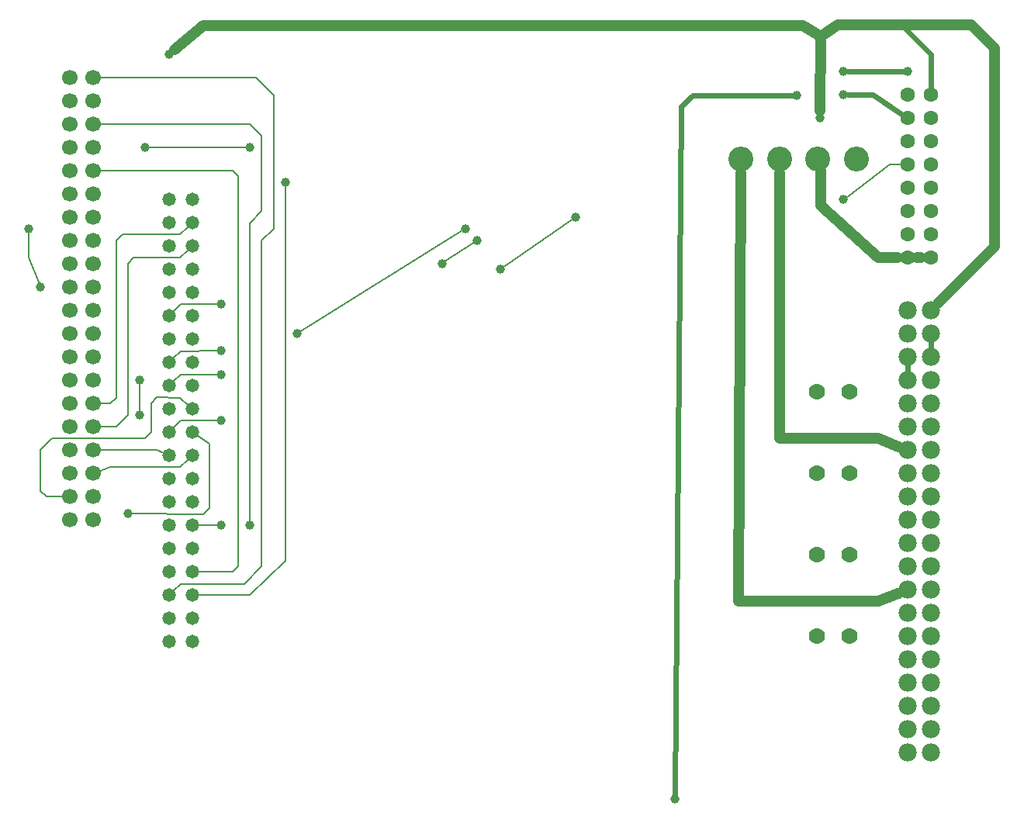
<source format=gbl>
G04 MADE WITH FRITZING*
G04 WWW.FRITZING.ORG*
G04 DOUBLE SIDED*
G04 HOLES PLATED*
G04 CONTOUR ON CENTER OF CONTOUR VECTOR*
%ASAXBY*%
%FSLAX23Y23*%
%MOIN*%
%OFA0B0*%
%SFA1.0B1.0*%
%ADD10C,0.058000*%
%ADD11C,0.058028*%
%ADD12C,0.039370*%
%ADD13C,0.069685*%
%ADD14C,0.107087*%
%ADD15C,0.062992*%
%ADD16C,0.066929*%
%ADD17C,0.078000*%
%ADD18C,0.008000*%
%ADD19C,0.024000*%
%ADD20C,0.048000*%
%LNCOPPER0*%
G90*
G70*
G54D10*
X826Y3109D03*
X826Y3009D03*
X826Y2909D03*
X826Y2809D03*
G54D11*
X826Y2709D03*
G54D10*
X826Y2609D03*
X826Y2509D03*
X826Y2409D03*
X826Y2309D03*
G54D11*
X826Y2209D03*
G54D10*
X826Y2109D03*
G54D11*
X826Y2009D03*
G54D10*
X826Y1909D03*
X826Y1809D03*
X826Y1709D03*
X826Y1609D03*
G54D11*
X826Y1509D03*
G54D10*
X826Y1409D03*
X826Y1309D03*
X826Y1209D03*
X726Y1209D03*
X726Y1309D03*
X726Y1409D03*
G54D11*
X726Y1509D03*
G54D10*
X726Y1609D03*
X726Y1709D03*
X726Y1809D03*
X726Y1909D03*
G54D11*
X726Y2009D03*
G54D10*
X726Y2109D03*
G54D11*
X726Y2209D03*
G54D10*
X726Y2309D03*
X726Y2409D03*
X726Y2509D03*
X726Y2609D03*
G54D11*
X726Y2709D03*
G54D10*
X726Y2809D03*
X726Y2909D03*
X726Y3009D03*
X726Y3109D03*
X826Y3109D03*
X826Y3009D03*
X826Y2909D03*
X826Y2809D03*
G54D11*
X826Y2709D03*
G54D10*
X826Y2609D03*
X826Y2509D03*
X826Y2409D03*
X826Y2309D03*
G54D11*
X826Y2209D03*
G54D10*
X826Y2109D03*
G54D11*
X826Y2009D03*
G54D10*
X826Y1909D03*
X826Y1809D03*
X826Y1709D03*
X826Y1609D03*
G54D11*
X826Y1509D03*
G54D10*
X826Y1409D03*
X826Y1309D03*
X826Y1209D03*
X726Y1209D03*
X726Y1309D03*
X726Y1409D03*
G54D11*
X726Y1509D03*
G54D10*
X726Y1609D03*
X726Y1709D03*
X726Y1809D03*
X726Y1909D03*
G54D11*
X726Y2009D03*
G54D10*
X726Y2109D03*
G54D11*
X726Y2209D03*
G54D10*
X726Y2309D03*
X726Y2409D03*
X726Y2509D03*
X726Y2609D03*
G54D11*
X726Y2709D03*
G54D10*
X726Y2809D03*
X726Y2909D03*
X726Y3009D03*
X726Y3109D03*
G54D12*
X949Y2357D03*
X949Y2160D03*
X3623Y3109D03*
X1224Y3183D03*
X1998Y2984D03*
X2048Y2934D03*
X2472Y3035D03*
X2148Y2809D03*
X1898Y2834D03*
X1275Y2533D03*
X548Y1759D03*
X598Y2334D03*
X598Y2185D03*
X3897Y3660D03*
X724Y3735D03*
X3623Y3559D03*
X622Y3335D03*
X1072Y3335D03*
X1073Y1709D03*
X949Y1710D03*
X3422Y3558D03*
X948Y2459D03*
X948Y2659D03*
X3623Y3659D03*
X123Y2984D03*
X173Y2734D03*
X3523Y3459D03*
X2898Y534D03*
G54D13*
X3510Y1234D03*
X3648Y1234D03*
X3510Y1584D03*
X3648Y1584D03*
X3510Y1934D03*
X3648Y1934D03*
X3510Y2284D03*
X3648Y2284D03*
G54D14*
X3183Y3284D03*
X3348Y3284D03*
X3513Y3284D03*
X3679Y3284D03*
G54D15*
X3898Y3559D03*
X3898Y3459D03*
X3898Y3359D03*
X3898Y3259D03*
X3898Y3159D03*
X3898Y3059D03*
X3898Y2959D03*
X3898Y2859D03*
X3898Y3559D03*
X3898Y3459D03*
X3898Y3359D03*
X3898Y3259D03*
X3898Y3159D03*
X3898Y3059D03*
X3898Y2959D03*
X3898Y2859D03*
X3998Y2859D03*
X3998Y2959D03*
X3998Y3059D03*
X3998Y3159D03*
X3998Y3259D03*
X3998Y3359D03*
X3998Y3459D03*
X3998Y3559D03*
G54D16*
X298Y3633D03*
X298Y3533D03*
X298Y3433D03*
X298Y3333D03*
X298Y3233D03*
X298Y3133D03*
X298Y3033D03*
X298Y2933D03*
X298Y2833D03*
X298Y2733D03*
X298Y2633D03*
X298Y2533D03*
X298Y2433D03*
X298Y2333D03*
X298Y2233D03*
X298Y2133D03*
X298Y2033D03*
X298Y1933D03*
X298Y1833D03*
X298Y1733D03*
X298Y3633D03*
X298Y3533D03*
X298Y3433D03*
X298Y3333D03*
X298Y3233D03*
X298Y3133D03*
X298Y3033D03*
X298Y2933D03*
X298Y2833D03*
X298Y2733D03*
X298Y2633D03*
X298Y2533D03*
X298Y2433D03*
X298Y2333D03*
X298Y2233D03*
X298Y2133D03*
X298Y2033D03*
X298Y1933D03*
X298Y1833D03*
X298Y1733D03*
X398Y1733D03*
X398Y1833D03*
X398Y1933D03*
X398Y2033D03*
X398Y2133D03*
X398Y2233D03*
X398Y2333D03*
X398Y2433D03*
X398Y2533D03*
X398Y2633D03*
X398Y2733D03*
X398Y2833D03*
X398Y2933D03*
X398Y3033D03*
X398Y3133D03*
X398Y3233D03*
X398Y3333D03*
X398Y3433D03*
X398Y3533D03*
X398Y3633D03*
G54D17*
X3998Y733D03*
X3998Y833D03*
X3998Y933D03*
X3998Y1033D03*
X3998Y1133D03*
X3998Y1233D03*
X3998Y1333D03*
X3998Y1433D03*
X3998Y1533D03*
X3998Y1633D03*
X3998Y1733D03*
X3998Y1833D03*
X3998Y1933D03*
X3998Y2033D03*
X3998Y2133D03*
X3998Y2233D03*
X3998Y2333D03*
X3998Y2433D03*
X3998Y2533D03*
X3998Y2633D03*
X3998Y733D03*
X3998Y833D03*
X3998Y933D03*
X3998Y1033D03*
X3998Y1133D03*
X3998Y1233D03*
X3998Y1333D03*
X3998Y1433D03*
X3998Y1533D03*
X3998Y1633D03*
X3998Y1733D03*
X3998Y1833D03*
X3998Y1933D03*
X3998Y2033D03*
X3998Y2133D03*
X3998Y2233D03*
X3998Y2333D03*
X3998Y2433D03*
X3998Y2533D03*
X3998Y2633D03*
X3898Y2633D03*
X3898Y2533D03*
X3898Y2433D03*
X3898Y2333D03*
X3898Y2233D03*
X3898Y2133D03*
X3898Y2033D03*
X3898Y1933D03*
X3898Y1833D03*
X3898Y1733D03*
X3898Y1633D03*
X3898Y1533D03*
X3898Y1433D03*
X3898Y1333D03*
X3898Y1233D03*
X3898Y1133D03*
X3898Y1033D03*
X3898Y933D03*
X3898Y833D03*
X3898Y733D03*
G54D18*
X774Y2357D02*
X936Y2357D01*
D02*
X746Y2329D02*
X774Y2357D01*
D02*
X774Y2160D02*
X936Y2160D01*
D02*
X745Y2129D02*
X774Y2160D01*
D02*
X3823Y3259D02*
X3634Y3117D01*
D02*
X3873Y3259D02*
X3823Y3259D01*
D02*
X1224Y2010D02*
X1224Y3169D01*
D02*
X1986Y2977D02*
X1286Y2540D01*
D02*
X2461Y3027D02*
X2160Y2817D01*
D02*
X1909Y2842D02*
X2037Y2927D01*
D02*
X561Y1759D02*
X873Y1758D01*
D02*
X873Y1758D02*
X898Y1783D01*
D02*
X898Y1783D02*
X898Y2060D01*
D02*
X898Y2060D02*
X849Y2093D01*
D02*
X598Y2321D02*
X598Y2198D01*
G54D19*
D02*
X3878Y3660D02*
X3642Y3659D01*
G54D18*
D02*
X1123Y2934D02*
X1174Y2983D01*
D02*
X1049Y1458D02*
X1123Y1535D01*
D02*
X774Y1458D02*
X1049Y1458D01*
D02*
X1123Y1535D02*
X1123Y2934D01*
D02*
X1174Y2983D02*
X1174Y3558D01*
D02*
X1174Y3558D02*
X1098Y3634D01*
D02*
X745Y1429D02*
X774Y1458D01*
D02*
X1098Y3634D02*
X423Y3633D01*
D02*
X1123Y3384D02*
X1072Y3435D01*
D02*
X1123Y3060D02*
X1123Y3384D01*
D02*
X1072Y3008D02*
X1123Y3060D01*
D02*
X1073Y1722D02*
X1072Y3008D01*
D02*
X1072Y3435D02*
X423Y3433D01*
G54D19*
D02*
X3749Y3559D02*
X3872Y3476D01*
D02*
X3642Y3559D02*
X3749Y3559D01*
G54D18*
D02*
X997Y3235D02*
X423Y3233D01*
D02*
X1023Y3209D02*
X997Y3235D01*
D02*
X1023Y1535D02*
X1023Y3209D01*
D02*
X997Y1510D02*
X1023Y1535D01*
D02*
X854Y1509D02*
X997Y1510D01*
D02*
X1224Y1558D02*
X1224Y2010D01*
D02*
X1072Y1409D02*
X1224Y1558D01*
D02*
X854Y1409D02*
X1072Y1409D01*
D02*
X1058Y3335D02*
X635Y3335D01*
D02*
X854Y1709D02*
X935Y1710D01*
G54D19*
D02*
X2974Y3558D02*
X3403Y3558D01*
D02*
X2924Y3509D02*
X2974Y3558D01*
G54D18*
D02*
X774Y2458D02*
X934Y2459D01*
D02*
X745Y2429D02*
X774Y2458D01*
D02*
X774Y2659D02*
X934Y2659D01*
D02*
X745Y2629D02*
X774Y2659D01*
G54D20*
D02*
X3771Y2083D02*
X3347Y2083D01*
D02*
X3347Y2083D02*
X3348Y3224D01*
D02*
X3860Y2048D02*
X3771Y2083D01*
D02*
X3771Y1384D02*
X3172Y1384D01*
D02*
X3172Y1384D02*
X3182Y3224D01*
D02*
X3859Y1418D02*
X3771Y1384D01*
G54D19*
D02*
X3874Y3858D02*
X3999Y3733D01*
D02*
X3999Y3733D02*
X3998Y3590D01*
D02*
X3722Y3859D02*
X3874Y3858D01*
D02*
X3600Y3859D02*
X3722Y3859D01*
G54D20*
D02*
X871Y3858D02*
X747Y3754D01*
D02*
X3448Y3858D02*
X871Y3858D01*
D02*
X3524Y3810D02*
X3448Y3858D01*
G54D18*
D02*
X198Y1834D02*
X273Y1833D01*
D02*
X173Y1858D02*
X198Y1834D01*
D02*
X173Y2034D02*
X173Y1858D01*
D02*
X222Y2083D02*
X173Y2034D01*
D02*
X623Y2084D02*
X222Y2083D01*
D02*
X648Y2109D02*
X623Y2084D01*
D02*
X648Y2234D02*
X648Y2109D01*
D02*
X672Y2259D02*
X648Y2234D01*
D02*
X772Y2258D02*
X672Y2259D01*
D02*
X806Y2227D02*
X772Y2258D01*
D02*
X123Y2860D02*
X123Y2970D01*
D02*
X168Y2746D02*
X123Y2860D01*
D02*
X548Y2183D02*
X498Y2134D01*
D02*
X498Y2134D02*
X423Y2133D01*
D02*
X572Y2860D02*
X548Y2834D01*
D02*
X772Y2860D02*
X572Y2860D01*
D02*
X548Y2834D02*
X548Y2183D01*
D02*
X806Y2890D02*
X772Y2860D01*
D02*
X673Y2034D02*
X423Y2033D01*
D02*
X701Y2021D02*
X673Y2034D01*
D02*
X473Y1959D02*
X422Y1941D01*
D02*
X772Y1959D02*
X473Y1959D01*
D02*
X806Y1990D02*
X772Y1959D01*
G54D20*
D02*
X3773Y2859D02*
X3524Y3084D01*
D02*
X3524Y3084D02*
X3524Y3234D01*
D02*
X3856Y2859D02*
X3773Y2859D01*
D02*
X3524Y3234D02*
X3526Y3225D01*
D02*
X3956Y2859D02*
X3940Y2859D01*
D02*
X4172Y3859D02*
X3600Y3859D01*
D02*
X3600Y3859D02*
X3524Y3810D01*
D02*
X4271Y3759D02*
X4172Y3859D01*
D02*
X3524Y3810D02*
X3523Y3489D01*
D02*
X4271Y2908D02*
X4271Y3759D01*
D02*
X4027Y2662D02*
X4271Y2908D01*
G54D19*
D02*
X2898Y553D02*
X2924Y3509D01*
G54D18*
D02*
X472Y2234D02*
X498Y2258D01*
D02*
X423Y2233D02*
X472Y2234D01*
D02*
X524Y2959D02*
X772Y2959D01*
D02*
X772Y2959D02*
X806Y2990D01*
D02*
X497Y2935D02*
X524Y2959D01*
D02*
X498Y2258D02*
X497Y2935D01*
G54D19*
D02*
X3898Y2363D02*
X3898Y2403D01*
D02*
X3997Y2510D02*
X3997Y2503D01*
D02*
X3998Y2463D02*
X3997Y2510D01*
G04 End of Copper0*
M02*
</source>
